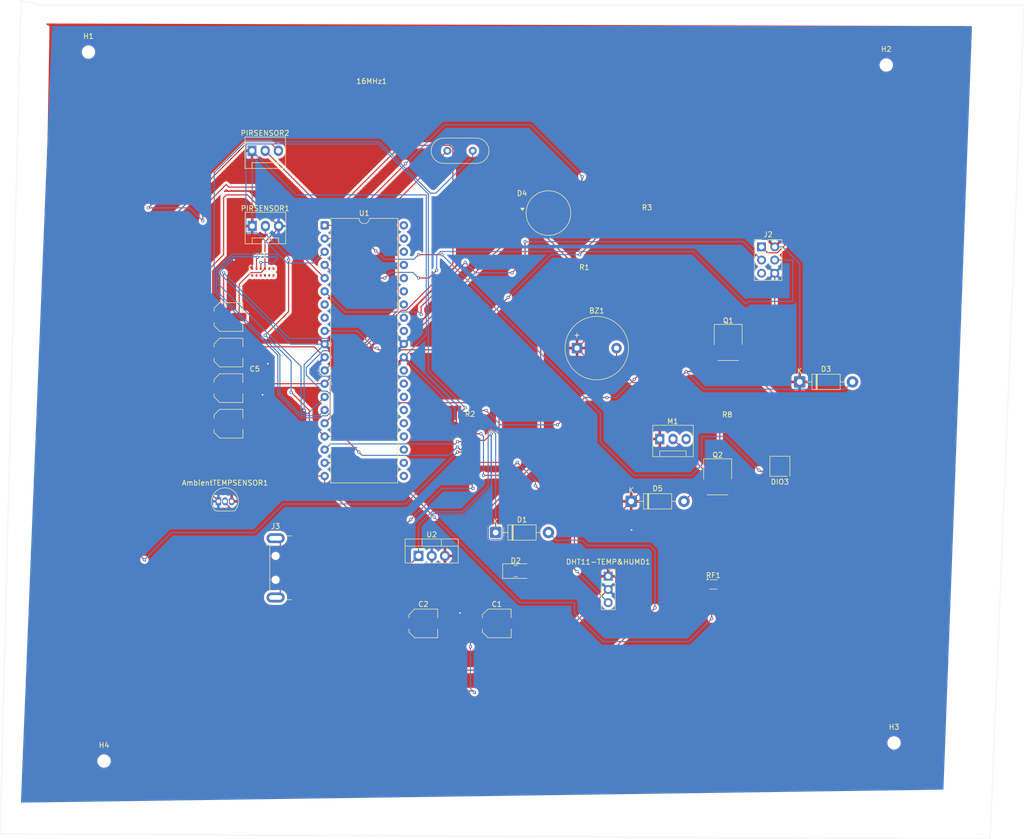
<source format=kicad_pcb>
(kicad_pcb (version 20241229) (generator "pcbnew") (generator_version "9.0")
  (layers (0 "F.Cu" signal) (2 "B.Cu" signal) (13 "F.Paste" user) (15 "B.Paste" user) (5 "F.SilkS" user "F.Silkscreen") (7 "B.SilkS" user "B.Silkscreen") (1 "F.Mask" user) (3 "B.Mask" user) (25 "Edge.Cuts" user))
  (net 0 "")
  (net 1 "Net-(U1-XTAL2)")
  (net 2 "Net-(U1-XTAL1)")
  (net 3 "Net-(AmbientTEMPSENSOR1-DQ)")
  (net 4 "+5V")
  (net 5 "GND")
  (net 6 "Net-(BZ1--)")
  (net 7 "Net-(D1-K)")
  (net 8 "Net-(D1-A)")
  (net 9 "Net-(D2-K)")
  (net 10 "Net-(D4-A)")
  (net 11 "Net-(D5-A)")
  (net 12 "Net-(DHT11-TEMP&HUMD1-Pin_3)")
  (net 13 "Net-(DIO3-A)")
  (net 14 "Net-(J1-Pin_3)")
  (net 15 "Net-(J1-Pin_2)")
  (net 16 "Net-(J2-SCK)")
  (net 17 "Net-(J2-MISO)")
  (net 18 "Net-(J2-MOSI)")
  (net 19 "RESET")
  (net 22 "unconnected-(J3-Shield-Pad5)")
  (net 24 "Net-(PIRSENSOR1-Pin_2)")
  (net 25 "Net-(PIRSENSOR2-Pin_2)")
  (net 26 "Net-(PIRSENSOR2-Pin_3)")
  (net 27 "Net-(Q1-B)")
  (net 28 "Net-(Q2-B)")
  (net 29 "Net-(U1-PB2)")
  (net 30 "Net-(U1-~{RESET})")
  (net 31 "PD7")
  (net 33 "Net-(U1-PD5)")
  (footprint "LED_SMD:LED_1W_3W_R8" (layer "F.Cu") (at 125 55)
    (property "Reference" "D4")
    (property "Value" "STATUS LED")
  )
  (footprint "Capacitor_SMD:C_Elec_5x5.4" (layer "F.Cu") (at 115.0625 134)
    (property "Reference" "C1")
    (property "Value" "10uF")
  )
  (footprint "MountingHole:MountingHole_2.1mm" (layer "F.Cu") (at 39.5 160.5)
    (property "Reference" "H4")
    (property "Value" "MountingHole")
  )
  (footprint "Resistor_SMD:R_0201_0603Metric_Pad0.64x0.40mm_HandSolder" (layer "F.Cu") (at 131.9075 66.5)
    (property "Reference" "R1")
    (property "Value" "330ohm")
  )
  (footprint "Diode_THT:D_DO-41_SOD81_P10.16mm_Horizontal" (layer "F.Cu") (at 140.92 110.4925)
    (property "Reference" "D5")
    (property "Value" "1N4001")
  )
  (footprint "Capacitor_SMD:C_Elec_5x5.4" (layer "F.Cu") (at 63.4375 88.7)
    (property "Reference" "C5")
    (property "Value" "0.1uF")
  )
  (footprint "Resistor_SMD:R_0201_0603Metric_Pad0.64x0.40mm_HandSolder" (layer "F.Cu") (at 109.9325 101.75)
    (property "Reference" "R6" (hide yes))
    (property "Value" "10Kohm" (hide yes))
  )
  (footprint "Capacitor_SMD:C_Elec_5x5.4" (layer "F.Cu") (at 63.4375 75)
    (property "Reference" "C3" (hide yes))
    (property "Value" "22pF")
  )
  (footprint "Capacitor_SMD:C_Elec_5x5.4" (layer "F.Cu") (at 100.9375 134)
    (property "Reference" "C2")
    (property "Value" "10uF")
  )
  (footprint "Connector_PinHeader_2.54mm:PinHeader_2x03_P2.54mm_Vertical" (layer "F.Cu") (at 166 61.5)
    (property "Reference" "J2")
    (property "Value" "AVR-ISP-6")
  )
  (footprint "Resistor_SMD:R_0201_0603Metric_Pad0.64x0.40mm_HandSolder" (layer "F.Cu") (at 109.9325 103.5)
    (property "Reference" "R7" (hide yes))
    (property "Value" "4.7Kohm")
  )
  (footprint "Resistor_SMD:R_0201_0603Metric_Pad0.64x0.40mm_HandSolder" (layer "F.Cu") (at 109.9325 100)
    (property "Reference" "R5" (hide yes))
    (property "Value" "10Kohm")
  )
  (footprint "LED_SMD:LED_PLCC-2_3x2mm_AK" (layer "F.Cu") (at 118.705 123.9275)
    (property "Reference" "D2")
    (property "Value" "LED-POWER")
  )
  (footprint "RF:Skyworks_SKY65404-31" (layer "F.Cu") (at 156.725 126.5)
    (property "Reference" "RF1")
    (property "Value" "RF_Receiver_433_MHz")
  )
  (footprint "Capacitor_SMD:C_Elec_5x5.4" (layer "F.Cu") (at 63.4375 81.85)
    (property "Reference" "C4" (hide yes))
    (property "Value" "22pF")
  )
  (footprint "Connector_PinSocket_2.54mm:PinSocket_1x03_P2.54mm_Vertical" (layer "F.Cu") (at 136.5 124.92)
    (property "Reference" "DHT11-TEMP&HUMD1")
    (property "Value" "Conn_01x03_Pin")
  )
  (footprint "Connector_USB:USB_A_CNCTech_1001-011-01101_Horizontal" (layer "F.Cu") (at 79.4 123.3)
    (property "Reference" "J3")
    (property "Value" "USB_A")
  )
  (footprint "Connector:FanPinHeader_1x03_P2.54mm_Vertical" (layer "F.Cu") (at 146.42 98.5)
    (property "Reference" "M1")
    (property "Value" "HVAC (FAN)")
  )
  (footprint "Package_DIP:DIP-40_W15.24mm" (layer "F.Cu") (at 81.9375 57.3625)
    (property "Reference" "U1")
    (property "Value" "ATmega32A-P")
  )
  (footprint "Buzzer_Beeper:Buzzer_12x9.5RM7.6" (layer "F.Cu") (at 130.5 81)
    (property "Reference" "BZ1")
    (property "Value" "Buzzer")
  )
  (footprint "MountingHole:MountingHole_2.1mm" (layer "F.Cu") (at 191.5 157)
    (property "Reference" "H3")
    (property "Value" "MountingHole")
  )
  (footprint "Resistor_SMD:R_0201_0603Metric_Pad0.64x0.40mm_HandSolder" (layer "F.Cu") (at 109.9325 98.25)
    (property "Reference" "R4" (hide yes))
    (property "Value" "10Kohm" (hide yes))
  )
  (footprint "MountingHole:MountingHole_2.1mm" (layer "F.Cu") (at 36.5 24)
    (property "Reference" "H1")
    (property "Value" "MountingHole")
  )
  (footprint "Package_TO_SOT_THT:TO-220-3_Vertical" (layer "F.Cu") (at 100 121)
    (property "Reference" "U2")
    (property "Value" "LM7805_TO220")
  )
  (footprint "MountingHole:MountingHole_2.1mm" (layer "F.Cu") (at 190 26.5)
    (property "Reference" "H2")
    (property "Value" "MountingHole")
  )
  (footprint "Connector:FanPinHeader_1x03_P2.54mm_Vertical" (layer "F.Cu") (at 68 57.5)
    (property "Reference" "PIRSENSOR1")
    (property "Value" "Conn_01x03_Pin")
  )
  (footprint "Capacitor_SMD:C_Elec_5x5.4" (layer "F.Cu") (at 63.4375 95.55)
    (property "Reference" "C6" (hide yes))
    (property "Value" "0.1uF")
  )
  (footprint "Transistor_Power:GaN_Systems_GaNPX-3_5x6.6mm_Drain2.93x0.6mm" (layer "F.Cu") (at 159.59 79.91)
    (property "Reference" "Q1")
    (property "Value" "Q_NPN_BCE")
  )
  (footprint "Resistor_SMD:R_0201_0603Metric_Pad0.64x0.40mm_HandSolder" (layer "F.Cu") (at 109.9325 94.75)
    (property "Reference" "R2")
    (property "Value" "1k")
  )
  (footprint "Resistor_SMD:R_0201_0603Metric_Pad0.64x0.40mm_HandSolder" (layer "F.Cu") (at 159.4025 94.875)
    (property "Reference" "R8")
    (property "Value" "1k")
  )
  (footprint "Package_TO_SOT_THT:TO-92_Inline" (layer "F.Cu") (at 61.5 110.5)
    (property "Reference" "AmbientTEMPSENSOR1")
    (property "Value" "MAX31820")
  )
  (footprint "Resistor_SMD:R_0201_0603Metric_Pad0.64x0.40mm_HandSolder" (layer "F.Cu") (at 143.965 54.9875)
    (property "Reference" "R3")
    (property "Value" "10Kohm")
  )
  (footprint "LED_SMD:LED-L1T2_LUMILEDS" (layer "F.Cu") (at 169.53 104.1725)
    (property "Reference" "DIO3")
    (property "Value" "STATUS LED")
  )
  (footprint "Diode_THT:D_DO-41_SOD81_P10.16mm_Horizontal" (layer "F.Cu") (at 114.84 116.5)
    (property "Reference" "D1")
    (property "Value" "1N4001")
  )
  (footprint "Sensor_Distance:AMS_OLGA12" (layer "F.Cu") (at 70.05 66.365)
    (property "Reference" "J1")
    (property "Value" "Ultrasonic Sensor" (hide yes))
  )
  (footprint "Crystal:Crystal_HC49-U_Vertical" (layer "F.Cu") (at 105.56 43)
    (property "Reference" "16MHz1")
    (property "Value" "Crystal")
  )
  (footprint "Connector:FanPinHeader_1x03_P2.54mm_Vertical" (layer "F.Cu") (at 67.96 43)
    (property "Reference" "PIRSENSOR2")
    (property "Value" "Conn_01x03_Pin")
  )
  (footprint "Transistor_Power:GaN_Systems_GaNPX-3_5x6.6mm_Drain2.93x0.6mm" (layer "F.Cu") (at 157.56 105.785)
    (property "Reference" "Q2")
    (property "Value" "Q_NPN_BCE")
  )
  (footprint "Diode_THT:D_DO-41_SOD81_P10.16mm_Horizontal" (layer "F.Cu") (at 173.34 87.5)
    (property "Reference" "D3")
    (property "Value" "1N4001")
  )
  (gr_line (start 216.5 15) (end 210 175.5) (stroke (width 0.05)) (layer "Edge.Cuts"))
  (gr_line (start 19.5 174.5) (end 23.5 14) (stroke (width 0.05)) (layer "Edge.Cuts"))
  (gr_line (start 210 175.5) (end 19.5 174.5) (stroke (width 0.05)) (layer "Edge.Cuts"))
  (gr_line (start 27 15) (end 216.5 15) (stroke (width 0.05)) (layer "Edge.Cuts"))
  (gr_line (start 23.5 14) (end 27 15) (stroke (width 0.05)) (layer "Edge.Cuts"))
  (segment (start 62.5 73.875) (end 62.5 66.5) (width 0.2) (layer "F.Cu") (net 1))
  (segment (start 61.375 75) (end 62.5 73.875) (width 0.2) (layer "F.Cu") (net 1))
  (via (at 62.5 66.5) (size 0.6) (drill 0.3) (layers "F.Cu" "B.Cu") (net 1))
  (segment (start 60.696 70.113043) (end 72.924028 82.341071) (width 0.2) (layer "B.Cu") (net 1))
  (segment (start 110.44 44.06066) (end 103.34776 51.1529) (width 0.2) (layer "B.Cu") (net 1))
  (segment (start 72.924028 82.341071) (end 72.924028 89.908171) (width 0.2) (layer "B.Cu") (net 1))
  (segment (start 82.39355 89.2815) (end 81.48145 89.2815) (width 0.2) (layer "B.Cu") (net 1))
  (segment (start 92.4172 41.283) (end 66.6279 41.283) (width 0.2) (layer "B.Cu") (net 1))
  (segment (start 81.48145 89.2815) (end 78.401 86.20105) (width 0.2) (layer "B.Cu") (net 1))
  (segment (start 60.696 47.2149) (end 60.696 70.113043) (width 0.2) (layer "B.Cu") (net 1))
  (segment (start 83.0385 79.76645) (end 83.0385 81.5) (width 0.2) (layer "B.Cu") (net 1))
  (segment (start 62.5 66.5) (end 75.1215 79.1215) (width 0.2) (layer "B.Cu") (net 1))
  (segment (start 103.34776 51.1529) (end 102.2871 51.1529) (width 0.2) (layer "B.Cu") (net 1))
  (segment (start 81.64295 81.5) (end 83.0385 81.5) (width 0.2) (layer "B.Cu") (net 1))
  (segment (start 82.39355 94.0235) (end 83.0385 93.37855) (width 0.2) (layer "B.Cu") (net 1))
  (segment (start 78.401 84.74195) (end 81.64295 81.5) (width 0.2) (layer "B.Cu") (net 1))
  (segment (start 78.401 86.20105) (end 78.401 84.74195) (width 0.2) (layer "B.Cu") (net 1))
  (segment (start 102.2871 51.1529) (end 92.4172 41.283) (width 0.2) (layer "B.Cu") (net 1))
  (segment (start 110.44 43) (end 110.44 44.06066) (width 0.2) (layer "B.Cu") (net 1))
  (segment (start 83.0385 93.37855) (end 83.0385 89.92645) (width 0.2) (layer "B.Cu") (net 1))
  (segment (start 81.48145 94.0235) (end 82.39355 94.0235) (width 0.2) (layer "B.Cu") (net 1))
  (segment (start 81.10195 94.403) (end 81.48145 94.0235) (width 0.2) (layer "B.Cu") (net 1))
  (segment (start 83.0385 89.92645) (end 82.39355 89.2815) (width 0.2) (layer "B.Cu") (net 1))
  (segment (start 77.418857 94.403) (end 81.10195 94.403) (width 0.2) (layer "B.Cu") (net 1))
  (segment (start 82.39355 79.1215) (end 83.0385 79.76645) (width 0.2) (layer "B.Cu") (net 1))
  (segment (start 75.1215 79.1215) (end 82.39355 79.1215) (width 0.2) (layer "B.Cu") (net 1))
  (segment (start 72.924028 89.908171) (end 77.418857 94.403) (width 0.2) (layer "B.Cu") (net 1))
  (segment (start 83.0385 81.5) (end 83.0385 84.2015) (width 0.2) (layer "B.Cu") (net 1))
  (segment (start 66.6279 41.283) (end 60.696 47.2149) (width 0.2) (layer "B.Cu") (net 1))
  (segment (start 83.0385 84.2015) (end 81.9375 85.3025) (width 0.2) (layer "B.Cu") (net 1))
  (segment (start 96.0765 52.4835) (end 96.0765 73.7035) (width 0.2) (layer "F.Cu") (net 2))
  (segment (start 96.0765 73.7035) (end 81.9375 87.8425) (width 0.2) (layer "F.Cu") (net 2))
  (segment (start 67.3675 87.8425) (end 61.375 81.85) (width 0.2) (layer "F.Cu") (net 2))
  (segment (start 81.9375 87.8425) (end 67.3675 87.8425) (width 0.2) (layer "F.Cu") (net 2))
  (segment (start 105.56 43) (end 96.0765 52.4835) (width 0.2) (layer "F.Cu") (net 2))
  (segment (start 67.045 115) (end 68 115) (width 0.2) (layer "F.Cu") (net 3))
  (segment (start 81.9375 105.6225) (end 81.9375 107.4375) (width 0.2) (layer "F.Cu") (net 3))
  (segment (start 110.34 107.84) (end 110.34 103.5) (width 0.2) (layer "F.Cu") (net 3))
  (segment (start 110.5 108) (end 110.34 107.84) (width 0.2) (layer "F.Cu") (net 3))
  (segment (start 97.5 115) (end 98.5 114) (width 0.2) (layer "F.Cu") (net 3))
  (segment (start 81.9375 107.4375) (end 89.5 115) (width 0.2) (layer "F.Cu") (net 3))
  (segment (start 77.3775 105.6225) (end 81.9375 105.6225) (width 0.2) (layer "F.Cu") (net 3))
  (segment (start 62.77 110.5) (end 62.77 110.725) (width 0.2) (layer "F.Cu") (net 3))
  (segment (start 68 115) (end 77.3775 105.6225) (width 0.2) (layer "F.Cu") (net 3))
  (segment (start 62.77 110.725) (end 67.045 115) (width 0.2) (layer "F.Cu") (net 3))
  (segment (start 89.5 115) (end 97.5 115) (width 0.2) (layer "F.Cu") (net 3))
  (via (at 98.5 114) (size 0.6) (drill 0.3) (layers "F.Cu" "B.Cu") (net 3))
  (via (at 110.5 108) (size 0.6) (drill 0.3) (layers "F.Cu" "B.Cu") (net 3))
  (segment (start 104.5 108) (end 110.5 108) (width 0.2) (layer "B.Cu") (net 3))
  (segment (start 98.5 114) (end 104.5 108) (width 0.2) (layer "B.Cu") (net 3))
  (segment (start 148.8725 67.1275) (end 161 55) (width 0.2) (layer "F.Cu") (net 4))
  (segment (start 117.28 123.9275) (end 123.3525 130) (width 0.2) (layer "F.Cu") (net 4))
  (segment (start 146.42 98.5) (end 146.42 104.9925) (width 0.2) (layer "F.Cu") (net 4))
  (segment (start 169 55) (end 170 56) (width 0.2) (layer "F.Cu") (net 4))
  (segment (start 106 100.5) (end 106 104.5) (width 0.2) (layer "F.Cu") (net 4))
  (segment (start 161 55) (end 169 55) (width 0.2) (layer "F.Cu") (net 4))
  (segment (start 170 60.04) (end 168.54 61.5) (width 0.2) (layer "F.Cu") (net 4))
  (segment (start 68 65.69) (end 66.31 64) (width 0.2) (layer "F.Cu") (net 4))
  (segment (start 109.275 98) (end 103.5 98) (width 0.2) (layer "F.Cu") (net 4))
  (segment (start 61.375 88.7) (end 61.375 95.55) (width 0.2) (layer "F.Cu") (net 4))
  (segment (start 170 56) (end 170 60.04) (width 0.2) (layer "F.Cu") (net 4))
  (segment (start 136.5 114.9125) (end 140.92 110.4925) (width 0.2) (layer "F.Cu") (net 4))
  (segment (start 144.3725 67.1275) (end 144.3725 54.9875) (width 0.2) (layer "F.Cu") (net 4))
  (segment (start 107 95.725) (end 109.525 98.25) (width 0.2) (layer "F.Cu") (net 4))
  (segment (start 114.3525 121) (end 117.28 123.9275) (width 0.2) (layer "F.Cu") (net 4))
  (segment (start 136.5 124.92) (end 154.92 124.92) (width 0.2) (layer "F.Cu") (net 4))
  (segment (start 61.375 95.55) (end 64.04 98.215) (width 0.2) (layer "F.Cu") (net 4))
  (segment (start 106 104.5) (end 106 105) (width 0.2) (layer "F.Cu") (net 4))
  (segment (start 109.525 98.25) (end 109.275 98) (width 0.2) (layer "F.Cu") (net 4))
  (segment (start 68 65.69) (end 68 57.5) (width 0.2) (layer "F.Cu") (net 4))
  (segment (start 146.42 96.92) (end 130.5 81) (width 0.2) (layer "F.Cu") (net 4))
  (segment (start 146.42 98.5) (end 146.42 96.92) (width 0.2) (layer "F.Cu") (net 4))
  (segment (start 105.08 127.795) (end 98.875 134) (width 0.2) (layer "F.Cu") (net 4))
  (segment (start 127.5 130) (end 132.58 124.92) (width 0.2) (layer "F.Cu") (net 4))
  (segment (start 132.58 124.92) (end 136.5 124.92) (width 0.2) (layer "F.Cu") (net 4))
  (segment (start 66.31 64) (end 64.5 64) (width 0.2) (layer "F.Cu") (net 4))
  (segment (start 144.3725 67.1275) (end 148.8725 67.1275) (width 0.2) (layer "F.Cu") (net 4))
  (segment (start 105.08 121) (end 105.08 127.795) (width 0.2) (layer "F.Cu") (net 4))
  (segment (start 136.5 124.92) (end 136.5 114.9125) (width 0.2) (layer "F.Cu") (net 4))
  (segment (start 64.04 106.96) (end 78 93) (width 0.2) (layer "F.Cu") (net 4))
  (segment (start 107 103.5) (end 109.525 103.5) (width 0.2) (layer "F.Cu") (net 4))
  (segment (start 64.04 98.215) (end 64.04 110.5) (width 0.2) (layer "F.Cu") (net 4))
  (segment (start 103.5 98) (end 106 100.5) (width 0.2) (layer "F.Cu") (net 4))
  (segment (start 146.42 104.9925) (end 140.92 110.4925) (width 0.2) (layer "F.Cu") (net 4))
  (segment (start 154.92 124.92) (end 156 126) (width 0.2) (layer "F.Cu") (net 4))
  (segment (start 106 105) (end 105.08 105.92) (width 0.2) (layer "F.Cu") (net 4))
  (segment (start 64.04 110.5) (end 64.04 106.96) (width 0.2) (layer "F.Cu") (net 4))
  (segment (start 123.3525 130) (end 127.5 130) (width 0.2) (layer "F.Cu") (net 4))
  (segment (start 105.08 121) (end 114.3525 121) (width 0.2) (layer "F.Cu") (net 4))
  (segment (start 107 95) (end 107 95.725) (width 0.2) (layer "F.Cu") (net 4))
  (segment (start 105.08 105.92) (end 105.08 121) (width 0.2) (layer "F.Cu") (net 4))
  (segment (start 106 104.5) (end 107 103.5) (width 0.2) (layer "F.Cu") (net 4))
  (segment (start 130.5 81) (end 144.3725 67.1275) (width 0.2) (layer "F.Cu") (net 4))
  (via (at 107 95) (size 0.6) (drill 0.3) (layers "F.Cu" "B.Cu") (net 4))
  (via (at 64.5 64) (size 0.6) (drill 0.3) (layers "F.Cu" "B.Cu") (net 4))
  (via (at 78 93) (size 0.6) (drill 0.3) (layers "F.Cu" "B.Cu") (net 4))
  (segment (start 97.1775 82.7625) (end 107 92.585) (width 0.2) (layer "B.Cu") (net 4))
  (segment (start 61.899 66.748943) (end 75.372557 80.2225) (width 0.2) (layer "B.Cu") (net 4))
  (segment (start 78 84.16) (end 81.9375 80.2225) (width 0.2) (layer "B.Cu") (net 4))
  (segment (start 75.372557 80.2225) (end 81.9375 80.2225) (width 0.2) (layer "B.Cu") (net 4))
  (segment (start 64.5 64) (end 64.150057 64) (width 0.2) (layer "B.Cu") (net 4))
  (segment (start 107 92.585) (end 107 95) (width 0.2) (layer "B.Cu") (net 4))
  (segment (start 101.5 51.5) (end 101.5 78.44) (width 0.2) (layer "B.Cu") (net 4))
  (segment (start 76.46 51.5) (end 101.5 51.5) (width 0.2) (layer "B.Cu") (net 4))
  (segment (start 173.34 64.7729) (end 173.34 87.5) (width 0.2) (layer "B.Cu") (net 4))
  (segment (start 168.54 61.5) (end 170.0671 61.5) (width 0.2) (layer "B.Cu") (net 4))
  (segment (start 78 93) (end 78 84.16) (width 0.2) (layer "B.Cu") (net 4))
  (segment (start 170.0671 61.5) (end 173.34 64.7729) (width 0.2) (layer "B.Cu") (net 4))
  (segment (start 61.899 66.251057) (end 61.899 66.748943) (width 0.2) (layer "B.Cu") (net 4))
  (segment (start 68 43.04) (end 67.96 43) (width 0.2) (layer "B.Cu") (net 4))
  (segment (start 67.96 43) (end 76.46 51.5) (width 0.2) (layer "B.Cu") (net 4))
  (segment (start 64.150057 64) (end 61.899 66.251057) (width 0.2) (layer "B.Cu") (net 4))
  (segment (start 68 57.5) (end 68 43.04) (width 0.2) (layer "B.Cu") (net 4))
  (segment (start 101.5 78.44) (end 97.1775 82.7625) (width 0.2) (layer "B.Cu") (net 4))
  (segment (start 104.5 143) (end 104.5 135.5) (width 0.2) (layer "F.Cu") (net 5))
  (segment (start 118.65 58.75) (end 97.1775 80.2225) (width 0.2) (layer "F.Cu") (net 5))
  (segment (start 63 51.5) (end 67.08 51.5) (width 0.2) (layer "F.Cu") (net 5))
  (segment (start 129.96 134) (end 136.5 127.46) (width 0.2) (layer "F.Cu") (net 5))
  (segment (start 73.08 57.5) (end 73.08 57.92) (width 0.2) (layer "F.Cu") (net 5))
  (segment (start 67.08 51.5) (end 73.08 57.5) (width 0.2) (layer "F.Cu") (net 5))
  (segment (start 118.65 56.35) (end 121.35 56.35) (width 0.2) (layer "F.Cu") (net 5))
  (segment (start 109.525 100) (end 109.525 99.726) (width 0.2) (layer "F.Cu") (net 5))
  (segment (start 117 143.5) (end 116.5 143) (width 0.2) (layer "F.Cu") (net 5))
  (segment (start 59.6865 65.8135) (end 62.5 63) (width 0.2) (layer "F.Cu") (net 5))
  (segment (start 68.7 88.7) (end 65.5 88.7) (width 0.2) (layer "F.Cu") (net 5))
  (segment (start 108 132) (end 104.5 135.5) (width 0.2) (layer "F.Cu") (net 5))
  (segment (start 59.6865 81.06484) (end 60.00234 80.749) (width 0.2) (layer "F.Cu") (net 5))
  (segment (start 65.5 81.85) (end 68.85 81.85) (width 0.2) (layer "F.Cu") (net 5))
  (segment (start 61.5 110.5) (end 59.6865 108.6865) (width 0.2) (layer "F.Cu") (net 5))
  (segment (start 59.6865 108.6865) (end 59.6865 65.8135) (width 0.2) (layer "F.Cu") (net 5))
  (segment (start 65.5 95.55) (end 65.5 88.44866) (width 0.2) (layer "F.Cu") (net 5))
  (segment (start 117.125 134) (end 117.125 143.375) (width 0.2) (layer "F.Cu") (net 5))
  (segment (start 170.531 91.971) (end 160.14 81.58) (width 0.2) (layer "F.Cu") (net 5))
  (segment (start 73.08 57.92) (end 70.46 60.54) (width 0.2) (layer "F.Cu") (net 5))
  (segment (start 158.11 107.455) (end 149.7825 115.7825) (width 0.2) (layer "F.Cu") (net 5))
  (segment (start 112.749 98.751) (end 114 97.5) (width 0.2) (layer "F.Cu") (net 5))
  (segment (start 70.46 60.54) (end 70.46 65.69) (width 0.2) (layer "F.Cu") (net 5))
  (segment (start 159.5 127) (end 157.45 127) (width 0.2) (layer "F.Cu") (net 5))
  (segment (start 110.5 98.751) (end 112.749 98.751) (width 0.2) (layer "F.Cu") (net 5))
  (segment (start 70 90) (end 68.7 88.7) (width 0.2) (layer "F.Cu") (net 5))
  (segment (start 60.00234 80.749) (end 79.924 80.749) (width 0.2) (layer "F.Cu") (net 5))
  (segment (start 62.5 52) (end 63 51.5) (width 0.2) (layer "F.Cu") (net 5))
  (segment (start 68.85 81.85) (end 71 84) (width 0.2) (layer "F.Cu") (net 5))
  (segment (start 79.924 80.749) (end 81.9375 82.7625) (width 0.2) (layer "F.Cu") (net 5))
  (segment (start 168.54 73.18) (end 168.54 66.58) (width 0.2) (layer "F.Cu") (net 5))
  (segment (start 149.7825 115.7825) (end 149.565 116) (width 0.2) (layer "F.Cu") (net 5))
  (segment (start 65.5 68.698152) (end 65.5 75) (width 0.2) (layer "F.Cu") (net 5))
  (segment (start 65.5 88.44866) (end 59.6865 82.63516) (width 0.2) (layer "F.Cu") (net 5))
  (segment (start 109.525 99.726) (end 110.5 98.751) (width 0.2) (layer "F.Cu") (net 5))
  (segment (start 65.5 81.85) (end 65.5 75) (width 0.2) (layer "F.Cu") (net 5))
  (segment (start 149.565 116) (end 141 116) (width 0.2) (layer "F.Cu") (net 5))
  (segment (start 149.7825 115.7825) (end 159.5 125.5) (width 0.2) (layer "F.Cu") (net 5))
  (segment (start 59.6865 82.63516) (end 59.6865 81.06484) (width 0.2) (layer "F.Cu") (net 5))
  (segment (start 116.5 143) (end 104.5 143) (width 0.2) (layer "F.Cu") (net 5))
  (segment (start 121.35 56.35) (end 131.5 66.5) (width 0.2) (layer "F.Cu") (net 5))
  (segment (start 167.2175 107.455) (end 169.98 104.6925) (width 0.2) (layer "F.Cu") (net 5))
  (segment (start 65.5 88.7) (end 65.5 95.55) (width 0.2) (layer "F.Cu") (net 5))
  (segment (start 158.11 107.455) (end 167.2175 107.455) (width 0.2) (layer "F.Cu") (net 5))
  (segment (start 70.46 65.69) (end 69.701 66.449) (width 0.2) (layer "F.Cu") (net 5))
  (segment (start 170.455 104.6925) (end 170.531 104.6165) (width 0.2) (layer "F.Cu") (net 5))
  (segment (start 69.701 66.449) (end 67.749152 66.449) (width 0.2) (layer "F.Cu") (net 5))
  (segment (start 118.65 56.35) (end 118.65 58.75) (width 0.2) (layer "F.Cu") (net 5))
  (segment (start 117.125 134) (end 129.96 134) (width 0.2) (layer "F.Cu") (net 5))
  (segment (start 169.98 104.6925) (end 170.455 104.6925) (width 0.2) (layer "F.Cu") (net 5))
  (segment (start 160.14 81.58) (end 168.54 73.18) (width 0.2) (layer "F.Cu") (net 5))
  (segment (start 159.5 125.5) (end 159.5 127) (width 0.2) (layer "F.Cu") (net 5))
  (segment (start 67.749152 66.449) (end 65.5 68.698152) (width 0.2) (layer "F.Cu") (net 5))
  (segment (start 62.5 63) (end 62.5 52) (width 0.2) (layer "F.Cu") (net 5))
  (segment (start 117.125 143.375) (end 117 143.5) (width 0.2) (layer "F.Cu") (net 5))
  (segment (start 104.5 135.5) (end 103 134) (width 0.2) (layer "F.Cu") (net 5))
  (segment (start 170.531 104.6165) (end 170.531 91.971) (width 0.2) (layer "F.Cu") (net 5))
  (via (at 71 84) (size 0.6) (drill 0.3) (layers "F.Cu" "B.Cu") (net 5))
  (via (at 108 132) (size 0.6) (drill 0.3) (layers "F.Cu" "B.Cu") (net 5))
  (via (at 70 90) (size 0.6) (drill 0.3) (layers "F.Cu" "B.Cu") (net 5))
  (via (at 114 97.5) (size 0.6) (drill 0.3) (layers "F.Cu" "B.Cu") (net 5))
  (via (at 141 116) (size 0.6) (drill 0.3) (layers "F.Cu" "B.Cu") (net 5))
  (segment (start 132.5 107.5) (end 126.32616 107.5) (width 0.2) (layer "B.Cu") (net 5))
  (segment (start 97.553557 86.4035) (end 107.648057 96.498) (width 0.2) (layer "B.Cu") (net 5))
  (segment (start 90.9965 86.4035) (end 97.553557 86.4035) (width 0.2) (layer "B.Cu") (net 5))
  (segment (start 102.399 113.251057) (end 102.399 120.859) (width 0.2) (layer "B.Cu") (net 5))
  (segment (start 113.75484 117.901) (end 113.439 117.58516) (width 0.2) (layer "B.Cu") (net 5))
  (segment (start 97.1775 80.2225) (end 90.9965 86.4035) (width 0.2) (layer "B.Cu") (net 5))
  (segment (start 115.92516 117.901) (end 113.75484 117.901) (width 0.2) (layer "B.Cu") (net 5))
  (segment (start 71 89) (end 70 90) (width 0.2) (layer "B.Cu") (net 5))
  (segment (start 80.8365 85.75855) (end 80.8365 83.8635) (width 0.2) (layer "B.Cu") (net 5))
  (segment (start 107.648057 96.498) (end 114.415043 96.498) (width 0.2) (layer "B.Cu") (net 5))
  (segment (start 113.439 117.58516) (end 113.439 108.061) (width 0.2) (layer "B.Cu") (net 5))
  (segment (start 80.8365 83.8635) (end 81.9375 82.7625) (width 0.2) (layer "B.Cu") (net 5))
  (segment (start 102.54 126.54) (end 108 132) (width 0.2) (layer "B.Cu") (net 5))
  (segment (start 102.54 121) (end 102.54 126.54) (width 0.2) (layer "B.Cu") (net 5))
  (segment (start 114 97.5) (end 114 107.5) (width 0.2) (layer "B.Cu") (net 5))
  (segment (start 113.439 117.58516) (end 113.439 115.41484) (width 0.2) (layer "B.Cu") (net 5))
  (segment (start 114.415043 96.498) (end 116.241 98.323957) (width 0.2) (layer "B.Cu") (net 5))
  (segment (start 116.241 98.323957) (end 116.241 117.58516) (width 0.2) (layer "B.Cu") (net 5))
  (segment (start 126.32616 107.5) (end 115.92516 117.901) (width 0.2) (layer "B.Cu") (net 5))
  (segment (start 114 114.85384) (end 114 97.5) (width 0.2) (layer "B.Cu") (net 5))
  (segment (start 71 84) (end 71 89) (width 0.2) (layer "B.Cu") (net 5))
  (segment (start 108.601 112.899) (end 102.751057 112.899) (width 0.2) (layer "B.Cu") (net 5))
  (segment (start 113.439 108.061) (end 114 107.5) (width 0.2) (layer "B.Cu") (net 5))
  (segment (start 116.241 117.58516) (end 115.92516 117.901) (width 0.2) (layer "B.Cu") (net 5))
  (segment (start 81.48145 86.4035) (end 80.8365 85.75855) (width 0.2) (layer "B.Cu") (net 5))
  (segment (start 113.439 115.41484) (end 114 114.85384) (width 0.2) (layer "B.Cu") (net 5))
  (segment (start 141 116) (end 132.5 107.5) (width 0.2) (layer "B.Cu") (net 5))
  (segment (start 102.751057 112.899) (end 102.399 113.251057) (width 0.2) (layer "B.Cu") (net 5))
  (segment (start 90.9965 86.4035) (end 81.48145 86.4035) (width 0.2) (layer "B.Cu") (net 5))
  (segment (start 102.399 120.859) (end 102.54 121) (width 0.2) (layer "B.Cu") (net 5))
  (segment (start 114 107.5) (end 108.601 112.899) (width 0.2) (layer "B.Cu") (net 5))
  (segment (start 149.399 87.601) (end 141.251057 87.601) (width 0.2) (layer "F.Cu") (net 6))
  (segment (start 153.68 85.5) (end 157.46 81.72) (width 0.2) (layer "F.Cu") (net 6))
  (segment (start 138.1 84.449943) (end 138.1 81) (width 0.2) (layer "F.Cu") (net 6))
  (segment (start 151.5 85.5) (end 153.68 85.5) (width 0.2) (layer "F.Cu") (net 6))
  (segment (start 141.251057 87.601) (end 138.1 84.449943) (width 0.2) (layer "F.Cu") (net 6))
  (segment (start 151.5 85.5) (end 149.399 87.601) (width 0.2) (layer "F.Cu") (net 6))
  (via (at 151.5 85.5) (size 0.6) (drill 0.3) (layers "F.Cu" "B.Cu") (net 6))
  (segment (start 183.5 87.5) (end 182.099 88.901) (width 0.2) (layer "B.Cu") (net 6))
  (segment (start 182.099 88.901) (end 154.901 88.901) (width 0.2) (layer "B.Cu") (net 6))
  (segment (start 154.901 88.901) (end 151.5 85.5) (width 0.2) (layer "B.Cu") (net 6))
  (segment (start 110.5 147) (end 110.75 147.25) (width 0.2) (layer "F.Cu") (net 7))
  (segment (start 95 147) (end 110.5 147) (width 0.2) (layer "F.Cu") (net 7))
  (segment (start 100 121) (end 95 126) (width 0.2) (layer "F.Cu") (net 7))
  (segment (start 95 126) (end 95 147) (width 0.2) (layer "F.Cu") (net 7))
  (segment (start 110 137) (end 113 134) (width 0.2) (layer "F.Cu") (net 7))
  (segment (start 110 138.5) (end 110 137) (width 0.2) (layer "F.Cu") (net 7))
  (segment (start 110.75 147.25) (end 111 147.5) (width 0.2) (layer "F.Cu") (net 7))
  (via (at 110.75 147.25) (size 0.6) (drill 0.3) (layers "F.Cu" "B.Cu") (net 7))
  (via (at 110 138.5) (size 0.6) (drill 0.3) (layers "F.Cu" "B.Cu") (net 7))
  (segment (start 114.248943 96.899) (end 114.84 97.490057) (width 0.2) (layer "B.Cu") (net 7))
  (segment (start 100 115.082957) (end 102.584957 112.498) (width 0.2) (layer "B.Cu") (net 7))
  (segment (start 100 121) (end 100 115.082957) (width 0.2) (layer "B.Cu") (net 7))
  (segment (start 108.4349 112.498) (end 113.399 107.5339) (width 0.2) (layer "B.Cu") (net 7))
  (segment (start 114.84 97.490057) (end 114.84 116.5) (width 0.2) (layer "B.Cu") (net 7))
  (segment (start 113.751057 96.899) (end 114.248943 96.899) (width 0.2) (layer "B.Cu") (net 7))
  (segment (start 110 146.5) (end 110 138.5) (width 0.2) (layer "B.Cu") (net 7))
  (segment (start 113.399 97.251057) (end 113.751057 96.899) (width 0.2) (layer "B.Cu") (net 7))
  (segment (start 102.584957 112.498) (end 108.4349 112.498) (width 0.2) (layer "B.Cu") (net 7))
  (segment (start 110.75 147.25) (end 110 146.5) (width 0.2) (layer "B.Cu") (net 7))
  (segment (start 113.399 107.5339) (end 113.399 97.251057) (width 0.2) (layer "B.Cu") (net 7))
  (segment (start 69.75 119.8) (end 63 126.55) (width 0.2) (layer "F.Cu") (net 8))
  (segment (start 63 126.55) (end 63 132) (width 0.2) (layer "F.Cu") (net 8))
  (segment (start 124 152.5) (end 145.5 131) (width 0.2) (layer "F.Cu") (net 8))
  (segment (start 63 132) (end 83.5 152.5) (width 0.2) (layer "F.Cu") (net 8))
  (segment (start 123.5 152.5) (end 124 152.5) (width 0.2) (layer "F.Cu") (net 8))
  (segment (start 83.5 152.5) (end 123.5 152.5) (width 0.2) (layer "F.Cu") (net 8))
  (via (at 145.5 131) (size 0.6) (drill 0.3) (layers "F.Cu" "B.Cu") (net 8))
  (segment (start 144.5 119) (end 132.5 119) (width 0.2) (layer "B.Cu") (net 8))
  (segment (start 126.5 118) (end 125 116.5) (width 0.2) (layer "B.Cu") (net 8))
  (segment (start 132.5 119) (end 131.5 118) (width 0.2) (layer "B.Cu") (net 8))
  (segment (start 145.5 131) (end 145.5 120) (width 0.2) (layer "B.Cu") (net 8))
  (segment (start 131.5 118) (end 126.5 118) (width 0.2) (layer "B.Cu") (net 8))
  (segment (start 145.5 120) (end 144.5 119) (width 0.2) (layer "B.Cu") (net 8))
  (segment (start 116.8015 120.599) (end 113.599 120.599) (width 0.2) (layer "F.Cu") (net 9))
  (segment (start 113.599 120.599) (end 109 116) (width 0.2) (layer "F.Cu") (net 9))
  (segment (start 111.5 113.5) (end 112 113.5) (width 0.2) (layer "F.Cu") (net 9))
  (segment (start 112 113.5) (end 123.5 102) (width 0.2) (layer "F.Cu") (net 9))
  (segment (start 123.5 102) (end 123.5 78) (width 0.2) (layer "F.Cu") (net 9))
  (segment (start 109 116) (end 111.5 113.5) (width 0.2) (layer "F.Cu") (net 9))
  (segment (start 120.13 123.9275) (end 116.8015 120.599) (width 0.2) (layer "F.Cu") (net 9))
  (segment (start 123.5 78) (end 132.315 69.185) (width 0.2) (layer "F.Cu") (net 9))
  (segment (start 132.315 69.185) (end 132.315 66.5) (width 0.2) (layer "F.Cu") (net 9))
  (segment (start 131.5 48.5) (end 131.35 48.65) (width 0.2) (layer "F.Cu") (net 10))
  (segment (start 131.5 48) (end 131.5 48.5) (width 0.2) (layer "F.Cu") (net 10))
  (segment (start 131.35 48.65) (end 131.35 53.65) (width 0.2) (layer "F.Cu") (net 10))
  (segment (start 81.9375 57.3625) (end 85.6375 57.3625) (width 0.2) (layer "F.Cu") (net 10))
  (segment (start 85.6375 57.3625) (end 97.5 45.5) (width 0.2) (layer "F.Cu") (net 10))
  (via (at 97.5 45.5) (size 0.6) (drill 0.3) (layers "F.Cu" "B.Cu") (net 10))
  (via (at 131.5 48) (size 0.6) (drill 0.3) (layers "F.Cu" "B.Cu") (net 10))
  (segment (start 97.5 45.5) (end 105 38) (width 0.2) (layer "B.Cu") (net 10))
  (segment (start 115 38) (end 121.5 38) (width 0.2) (layer "B.Cu") (net 10))
  (segment (start 105 38) (end 115 38) (width 0.2) (layer "B.Cu") (net 10))
  (segment (start 121.5 38) (end 131.5 48) (width 0.2) (layer "B.Cu") (net 10))
  (segment (start 153.9775 107.595) (end 151.08 110.4925) (width 0.2) (layer "F.Cu") (net 11))
  (segment (start 155.43 104.97) (end 148.96 98.5) (width 0.2) (layer "F.Cu") (net 11))
  (segment (start 155.43 107.595) (end 155.43 104.97) (width 0.2) (layer "F.Cu") (net 11))
  (segment (start 155.43 107.595) (end 153.9775 107.595) (width 0.2) (layer "F.Cu") (net 11))
  (segment (start 110.34 98.25) (end 110.34 98.32237) (width 0.2) (layer "F.Cu") (net 12))
  (segment (start 130 117) (end 130 123.5) (width 0.2) (layer "F.Cu") (net 12))
  (segment (start 109.66237 99) (end 111.16237 97.5) (width 0.2) (layer "F.Cu") (net 12))
  (segment (start 111.16237 97.5) (end 112 97.5) (width 0.2) (layer "F.Cu") (net 12))
  (segment (start 116.5 105.5) (end 119 103) (width 0.2) (layer "F.Cu") (net 12))
  (segment (start 110.34 98.32237) (end 109.66237 99) (width 0.2) (layer "F.Cu") (net 12))
  (segment (start 130 123.5) (end 130.5 124) (width 0.2) (layer "F.Cu") (net 12))
  (segment (start 112.5 105.5) (end 116.5 105.5) (width 0.2) (layer "F.Cu") (net 12))
  (segment (start 130 115) (end 130 117) (width 0.2) (layer "F.Cu") (net 12))
  (segment (start 109.66237 99) (end 107.5 99) (width 0.2) (layer "F.Cu") (net 12))
  (segment (start 122.5 107.5) (end 130 115) (width 0.2) (layer "F.Cu") (net 12))
  (via (at 107.5 99) (size 0.6) (drill 0.3) (layers "F.Cu" "B.Cu") (net 12))
  (via (at 112 97.5) (size 0.6) (drill 0.3) (layers "F.Cu" "B.Cu") (net 12))
  (via (at 130.5 124) (size 0.6) (drill 0.3) (layers "F.Cu" "B.Cu") (net 12))
  (via (at 122.5 107.5) (size 0.6) (drill 0.3) (layers "F.Cu" "B.Cu") (net 12))
  (via (at 119 103) (size 0.6) (drill 0.3) (layers "F.Cu" "B.Cu") (net 12))
  (via (at 112.5 105.5) (size 0.6) (drill 0.3) (layers "F.Cu" "B.Cu") (net 12))
  (segment (start 130.5 124) (end 136.5 130) (width 0.2) (layer "B.Cu") (net 12))
  (segment (start 112 97.5) (end 112.5 98) (width 0.2) (layer "B.Cu") (net 12))
  (segment (start 107.5 99) (end 107.0585 99.4415) (width 0.2) (layer "B.Cu") (net 12))
  (segment (start 112.5 98) (end 112.5 105.5) (width 0.2) (layer "B.Cu") (net 12))
  (segment (start 83.0385 99.4415) (end 81.9375 100.5425) (width 0.2) (layer "B.Cu") (net 12))
  (segment (start 119 103) (end 122.5 106.5) (width 0.2) (layer "B.Cu") (net 12))
  (segment (start 107.0585 99.4415) (end 83.0385 99.4415) (width 0.2) (layer "B.Cu") (net 12))
  (segment (start 122.5 106.5) (end 122.5 107.5) (width 0.2) (layer "B.Cu") (net 12))
  (segment (start 165.5 104.5) (end 165.6925 104.6925) (width 0.2) (layer "F.Cu") (net 13))
  (segment (start 89.4025 59.9025) (end 91.749971 62.249972) (width 0.2) (layer "F.Cu") (net 13))
  (segment (start 81.9375 59.9025) (end 89.4025 59.9025) (width 0.2) (layer "F.Cu") (net 13))
  (segment (start 100 63) (end 104.5 63) (width 0.2) (layer "F.Cu") (net 13))
  (segment (start 165.6925 104.6925) (end 169.08 104.6925) (width 0.2) (layer "F.Cu") (net 13))
  (via (at 100 63) (size 0.6) (drill 0.3) (layers "F.Cu" "B.Cu") (net 13))
  (via (at 104.5 63) (size 0.6) (drill 0.3) (layers "F.Cu" "B.Cu") (net 13))
  (via (at 165.5 104.5) (size 0.6) (drill 0.3) (layers "F.Cu" "B.Cu") (net 13))
  (via (at 91.749971 62.249972) (size 0.6) (drill 0.3) (layers "F.Cu" "B.Cu") (net 13))
  (segment (start 93.381499 63.8815) (end 99.1185 63.8815) (width 0.2) (layer "B.Cu") (net 13))
  (segment (start 154.5 98) (end 159 98) (width 0.2) (layer "B.Cu") (net 13))
  (segment (start 149.5 105.5) (end 152.5 105.5) (width 0.2) (layer "B.Cu") (net 13))
  (segment (start 104.5 63) (end 135 93.5) (width 0.2) (layer "B.Cu") (net 13))
  (segment (start 135 93.5) (end 135 99) (width 0.2) (layer "B.Cu") (net 13))
  (segment (start 135 99) (end 141.5 105.5) (width 0.2) (layer "B.Cu") (net 13))
  (segment (start 91.749971 62.249972) (end 93.381499 63.8815) (width 0.2) (layer "B.Cu") (net 13))
  (segment (start 154.5 103.5) (end 154.5 98) (width 0.2) (layer "B.Cu") (net 13))
  (segment (start 159 98) (end 165.5 104.5) (width 0.2) (layer "B.Cu") (net 13))
  (segment (start 141.5 105.5) (end 149.5 105.5) (width 0.2) (layer "B.Cu") (net 13))
  (segment (start 152.5 105.5) (end 154 104) (width 0.2) (layer "B.Cu") (net 13))
  (segment (start 154 104) (end 154.5 103.5) (width 0.2) (layer "B.Cu") (net 13))
  (segment (start 99.1185 63.8815) (end 100 63) (width 0.2) (layer "B.Cu") (net 13))
  (segment (start 69.672266 64.5) (end 69.672266 65.657734) (width 0.2) (layer "F.Cu") (net 14))
  (segment (start 69.672266 65.657734) (end 69.64 65.69) (width 0.2) (layer "F.Cu") (net 14))
  (via (at 69.672266 64.5) (size 0.6) (drill 0.3) (layers "F.Cu" "B.Cu") (net 14))
  (segment (start 72.4661 62.899) (end 72.901 63.3339) (width 0.2) (layer "B.Cu") (net 14))
  (segment (start 61.097 65.918857) (end 64.116857 62.899) (width 0.2) (layer "B.Cu") (net 14))
  (segment (start 81.9375 92.9225) (end 80.858 94.002) (width 0.2) (layer "B.Cu") (net 14))
  (segment (start 77.584957 94.002) (end 73.325028 89.742071) (width 0.2) (layer "B.Cu") (net 14))
  (segment (start 61.097 69.946943) (end 61.097 65.918857) (width 0.2) (layer "B.Cu") (net 14))
  (segment (start 80.858 94.002) (end 77.584957 94.002) (width 0.2) (layer "B.Cu") (net 14))
  (segment (start 70 64.5) (end 69.672266 64.5) (width 0.2) (layer "B.Cu") (net 14))
  (segment (start 72.0671 64.5) (end 70 64.5) (width 0.2) (layer "B.Cu") (net 14))
  (segment (start 64.116857 62.899) (end 72.4661 62.899) (width 0.2) (layer "B.Cu") (net 14))
  (segment (start 72.901 63.6661) (end 72.0671 64.5) (width 0.2) (layer "B.Cu") (net 14))
  (segment (start 73.325028 89.742071) (end 73.325028 82.174971) (width 0.2) (layer "B.Cu") (net 14))
  (segment (start 72.901 63.3339) (end 72.901 63.6661) (width 0.2) (layer "B.Cu") (net 14))
  (segment (start 73.325028 82.174971) (end 61.097 69.946943) (width 0.2) (layer "B.Cu") (net 14))
  (segment (start 68.82 65.69) (end 68.82 63.68) (width 0.2) (layer "F.Cu") (net 15))
  (segment (start 68.82 63.68) (end 69 63.5) (width 0.2) (layer "F.Cu") (net 15))
  (via (at 69 63.5) (size 0.6) (drill 0.3) (layers "F.Cu" "B.Cu") (net 15))
  (segment (start 77.751057 93.601) (end 78.719 93.601) (width 0.2) (layer "B.Cu") (net 15))
  (segment (start 64.183957 63.399) (end 61.498 66.084957) (width 0.2) (layer "B.Cu") (net 15))
  (segment (start 69 63.5) (end 72.5 63.5) (width 0.2) (layer "B.Cu") (net 15))
  (segment (start 78.719 93.601) (end 81.9375 90.3825) (width 0.2) (layer "B.Cu") (net 15))
  (segment (start 72.5 63.5) (end 72.399 63.399) (width 0.2) (layer "B.Cu") (net 15))
  (segment (start 77.399 93.248943) (end 77.751057 93.601) (width 0.2) (layer "B.Cu") (net 15))
  (segment (start 77.399 84.549057) (end 77.399 93.248943) (width 0.2) (layer "B.Cu") (net 15))
  (segment (start 72.399 63.399) (end 64.183957 63.399) (width 0.2) (layer "B.Cu") (net 15))
  (segment (start 61.498 66.084957) (end 61.498 68.648057) (width 0.2) (layer "B.Cu") (net 15))
  (segment (start 61.498 68.648057) (end 77.399 84.549057) (width 0.2) (layer "B.Cu") (net 15))
  (segment (start 120.5 60.5) (end 120.5 64) (width 0.2) (layer "F.Cu") (net 16))
  (segment (start 109 64.5) (end 100.5 73) (width 0.2) (layer "F.Cu") (net 16))
  (segment (start 100.5 73) (end 100.5 74.5) (width 0.2) (layer "F.Cu") (net 16))
  (segment (start 120.5 64) (end 118 66.5) (width 0.2) (layer "F.Cu") (net 16))
  (via (at 109 64.5) (size 0.6) (drill 0.3) (layers "F.Cu" "B.Cu") (net 16))
  (via (at 118 66.5) (size 0.6) (drill 0.3) (layers "F.Cu" "B.Cu") (net 16))
  (via (at 100.5 74.5) (size 0.6) (drill 0.3) (layers "F.Cu" "B.Cu") (net 16))
  (via (at 120.5 60.5) (size 0.6) (drill 0.3) (layers "F.Cu" "B.Cu") (net 16))
  (segment (start 111 66.5) (end 109 64.5) (width 0.2) (layer "B.Cu") (net 16))
  (segment (start 100.0415 74.0415) (end 85.9165 74.0415) (width 0.2) (layer "B.Cu") (net 16))
  (segment (start 162.46 60.5) (end 120.5 60.5) (width 0.2) (layer "B.Cu") (net 16))
  (segment (start 100.5 74.5) (end 100.0415 74.0415) (width 0.2) (layer "B.Cu") (net 16))
  (segment (start 166 64.04) (end 162.46 60.5) (width 0.2) (layer "B.Cu") (net 16))
  (segment (start 85.9165 74.0415) (end 81.9375 70.0625) (width 0.2) (layer "B.Cu") (net 16))
  (segment (start 118 66.5) (end 111 66.5) (width 0.2) (layer "B.Cu") (net 16))
  (segment (start 78.5 56) (end 78.5 64.085) (width 0.2) (layer "F.Cu") (net 17))
  (segment (start 63 49.5) (end 63.5 50) (width 0.2) (layer "F.Cu") (net 17))
  (segment (start 169.01676 62.651) (end 170.401 61.26676) (width 0.2) (layer "F.Cu") (net 17))
  (segment (start 78.5 64.085) (end 81.9375 67.5225) (width 0.2) (layer "F.Cu") (net 17))
  (segment (start 170.401 55.8339) (end 150.0671 35.5) (width 0.2) (layer "F.Cu") (net 17))
  (segment (start 150.0671 35.5) (end 77 35.5) (width 0.2) (layer "F.Cu") (net 17))
  (segment (start 58.5 54) (end 63 49.5) (width 0.2) (layer "F.Cu") (net 17))
  (segment (start 66.5 35.5) (end 48 54) (width 0.2) (layer "F.Cu") (net 17))
  (segment (start 63.5 50) (end 72.5 50) (width 0.2) (layer "F.Cu") (net 17))
  (segment (start 58.5 56.5) (end 58.5 54) (width 0.2) (layer "F.Cu") (net 17))
  (segment (start 77 35.5) (end 66.5 35.5) (width 0.2) (layer "F.Cu") (net 17))
  (segment (start 72.5 50) (end 78.5 56) (width 0.2) (layer "F.Cu") (net 17))
  (segment (start 170.401 61.26676) (end 170.401 55.8339) (width 0.2) (layer "F.Cu") (net 17))
  (segment (start 167.151 62.651) (end 169.01676 62.651) (width 0.2) (layer "F.Cu") (net 17))
  (segment (start 166 61.5) (end 167.151 62.651) (width 0.2) (layer "F.Cu") (net 17))
  (via (at 48 54) (size 0.6) (drill 0.3) (layers "F.Cu" "B.Cu") (net 17))
  (via (at 58.5 56.5) (size 0.6) (drill 0.3) (layers "F.Cu" "B.Cu") (net 17))
  (segment (start 56 54) (end 58.5 56.5) (width 0.2) (layer "B.Cu") (net 17))
  (segment (start 48 54) (end 56 54) (width 0.2) (layer "B.Cu") (net 17))
  (segment (start 102 67.5) (end 103.5 66) (width 0.2) (layer "F.Cu") (net 18))
  (segment (start 81.9375 64.9825) (end 84.455 67.5) (width 0.2) (layer "F.Cu") (net 18))
  (segment (start 100 67.5) (end 102 67.5) (width 0.2) (layer "F.Cu") (net 18))
  (segment (start 84.455 67.5) (end 93.5 67.5) (width 0.2) (layer "F.Cu") (net 18))
  (via (at 100 67.5) (size 0.6) (drill 0.3) (layers "F.Cu" "B.Cu") (net 18))
  (via (at 103.5 66) (size 0.6) (drill 0.3) (layers "F.Cu" "B.Cu") (net 18))
  (via (at 93.5 67.5) (size 0.6) (drill 0.3) (layers "F.Cu" "B.Cu") (net 18))
  (segment (start 172 72) (end 172 64) (width 0.2) (layer "B.Cu") (net 18))
  (segment (start 103.5 63.150057) (end 104.251057 62.399) (width 0.2) (layer "B.Cu") (net 18))
  (segment (start 152.899 62.399) (end 163 72.5) (width 0.2) (layer "B.Cu") (net 18))
  (segment (start 171.96 64.04) (end 168.54 64.04) (width 0.2) (layer "B.Cu") (net 18))
  (segment (start 93.5 67.5) (end 94.5785 66.4215) (width 0.2) (layer "B.Cu") (net 18))
  (segment (start 103.5 66) (end 103.5 63.150057) (width 0.2) (layer "B.Cu") (net 18))
  (segment (start 172 64) (end 171.96 64.04) (width 0.2) (layer "B.Cu") (net 18))
  (segment (start 104.251057 62.399) (end 152.899 62.399) (width 0.2) (layer "B.Cu") (net 18))
  (segment (start 163 72.5) (end 163.5 72) (width 0.2) (layer "B.Cu") (net 18))
  (segment (start 98.9215 66.4215) (end 100 67.5) (width 0.2) (layer "B.Cu") (net 18))
  (segment (start 163.5 72) (end 172 72) (width 0.2) (layer "B.Cu") (net 18))
  (segment (start 94.5785 66.4215) (end 98.9215 66.4215) (width 0.2) (layer "B.Cu") (net 18))
  (segment (start 72.5 117.6) (end 73.401 118.501) (width 0.2) (layer "F.Cu") (net 22))
  (segment (start 73.401 128.099) (end 72.5 129) (width 0.2) (layer "F.Cu") (net 22))
  (segment (start 73.401 118.501) (end 73.401 128.099) (width 0.2) (layer "F.Cu") (net 22))
  (segment (start 88.5 101) (end 85.5025 98.0025) (width 0.2) (layer "F.Cu") (net 24))
  (segment (start 110.34 100.199999) (end 110.039999 100.5) (width 0.2) (layer "F.Cu") (net 24))
  (segment (start 85.5025 98.0025) (end 81.9375 98.0025) (width 0.2) (layer "F.Cu") (net 24))
  (segment (start 110.039999 100.5) (end 108 100.5) (width 0.2) (layer "F.Cu") (net 24))
  (segment (start 79 93) (end 75.5 89.5) (width 0.2) (layer "F.Cu") (net 24))
  (segment (start 70.5 78.5) (end 75 74) (width 0.2) (layer "F.Cu") (net 24))
  (segment (start 75 74) (end 75 64) (width 0.2) (layer "F.Cu") (net 24))
  (segment (start 81.9375 98.0025) (end 79 95.065) (width 0.2) (layer "F.Cu") (net 24))
  (segment (start 108 100.5) (end 107.5 100) (width 0.2) (layer "F.Cu") (net 24))
  (segment (start 110.34 100) (end 110.34 100.199999) (width 0.2) (layer "F.Cu") (net 24))
  (segment (start 79 95.065) (end 79 93) (width 0.2) (layer "F.Cu") (net 24))
  (via (at 75 64) (size 0.6) (drill 0.3) (layers "F.Cu" "B.Cu") (net 24))
  (via (at 75.5 89.5) (size 0.6) (drill 0.3) (layers "F.Cu" "B.Cu") (net 24))
  (via (at 70.5 78.5) (size 0.6) (drill 0.3) (layers "F.Cu" "B.Cu") (net 24))
  (via (at 88.5 101) (size 0.6) (drill 0.3) (layers "F.Cu" "B.Cu") (net 24))
  (via (at 107.5 100) (size 0.6) (drill 0.3) (layers "F.Cu" "B.Cu") (net 24))
  (segment (start 105.8565 101.6435) (end 89.1435 101.6435) (width 0.2) (layer "B.Cu") (net 24))
  (segment (start 75.5 83.5) (end 70.5 78.5) (width 0.2) (layer "B.Cu") (net 24))
  (segment (start 107.5 100) (end 105.8565 101.6435) (width 0.2) (layer "B.Cu") (net 24))
  (segment (start 75 64) (end 75 63.5) (width 0.2) (layer "B.Cu") (net 24))
  (segment (start 70.54 59.04) (end 70.54 57.5) (width 0.2) (layer "B.Cu") (net 24))
  (segment (start 75 63.5) (end 70.54 59.04) (width 0.2) (layer "B.Cu") (net 24))
  (segment (start 75.5 89.5) (end 75.5 83.5) (width 0.2) (layer "B.Cu") (net 24))
  (segment (start 89.1435 101.6435) (end 88.5 101) (width 0.2) (layer "B.Cu") (net 24))
  (segment (start 96.628 41.949) (end 105.995339 41.949) (width 0.2) (layer "F.Cu") (net 25))
  (segment (start 106.611 64.72605) (end 97.63355 73.7035) (width 0.2) (layer "F.Cu") (net 25))
  (segment (start 109.525 101.949999) (end 109.525 101.75) (width 0.2) (layer "F.Cu") (net 25))
  (segment (start 83.0385 55.5385) (end 96.628 41.949) (width 0.2) (layer "F.Cu") (net 25))
  (segment (start 110.575001 103) (end 109.525 101.949999) (width 0.2) (layer "F.Cu") (net 25))
  (segment (start 83.0385 87.38645) (end 83.0385 94.3615) (width 0.2) (layer "F.Cu") (net 25))
  (segment (start 83.0385 94.3615) (end 81.9375 95.4625) (width 0.2) (layer "F.Cu") (net 25))
  (segment (start 105.995339 41.949) (end 106.611 42.564661) (width 0.2) (layer "F.Cu") (net 25))
  (segment (start 97.63355 73.7035) (end 96.72145 73.7035) (width 0.2) (layer "F.Cu") (net 25))
  (segment (start 115 91.5) (end 115.5 92) (width 0.2) (layer "F.Cu") (net 25))
  (segment (start 115.5 92) (end 115.5 103) (width 0.2) (layer "F.Cu") (net 25))
  (segment (start 83.0385 94.3615) (end 85.9 91.5) (width 0.2) (layer "F.Cu") (net 25))
  (segment (start 85.9 91.5) (end 115 91.5) (width 0.2) (layer "F.Cu") (net 25))
  (segment (start 106.611 42.564661) (end 106.611 64.72605) (width 0.2) (layer "F.Cu") (net 25))
  (segment (start 70.5 43) (end 83.0385 55.5385) (width 0.2) (layer "F.Cu") (net 25))
  (segment (start 115.5 103) (end 110.575001 103) (width 0.2) (layer "F.Cu") (net 25))
  (segment (start 96.72145 73.7035) (end 83.0385 87.38645) (width 0.2) (layer "F.Cu") (net 25))
  (segment (start 47.25 121.75) (end 47.5 122) (width 0.2) (layer "F.Cu") (net 26))
  (segment (start 107.5 101) (end 109.789999 101) (width 0.2) (layer "F.Cu") (net 26))
  (segment (start 45.5 62.978) (end 45.5 82.5) (width 0.2) (layer "F.Cu") (net 26))
  (segment (start 45.5 120) (end 47.25 121.75) (width 0.2) (layer "F.Cu") (net 26))
  (segment (start 73.04 43) (end 71.724 41.684) (width 0.2) (layer "F.Cu") (net 26))
  (segment (start 45.5 82.5) (end 45.5 107.5) (width 0.2) (layer "F.Cu") (net 26))
  (segment (start 109.789999 101) (end 110.34 101.550001) (width 0.2) (layer "F.Cu") (net 26))
  (segment (start 110.34 101.550001) (end 110.34 101.75) (width 0.2) (layer "F.Cu") (net 26))
  (segment (start 66.794 41.684) (end 45.5 62.978) (width 0.2) (layer "F.Cu") (net 26))
  (segment (start 71.724 41.684) (end 66.794 41.684) (width 0.2) (layer "F.Cu") (net 26))
  (segment (start 45.5 107.5) (end 45.5 120) (width 0.2) (layer "F.Cu") (net 26))
  (via (at 47.25 121.75) (size 0.6) (drill 0.3) (layers "F.Cu" "B.Cu") (net 26))
  (via (at 107.5 101) (size 0.6) (drill 0.3) (layers "F.Cu" "B.Cu") (net 26))
  (segment (start 52.5 116.5) (end 64 116.5) (width 0.2) (layer "B.Cu") (net 26))
  (segment (start 47.25 121.75) (end 52.5 116.5) (width 0.2) (layer "B.Cu") (net 26))
  (segment (start 97.5 111) (end 107.5 101) (width 0.2) (layer "B.Cu") (net 26))
  (segment (start 74 111) (end 78.5 111) (width 0.2) (layer "B.Cu") (net 26))
  (segment (start 71 114) (end 74 111) (width 0.2) (layer "B.Cu") (net 26))
  (segment (start 68.5 116.5) (end 71 114) (width 0.2) (layer "B.Cu") (net 26))
  (segment (start 78.5 111) (end 97.5 111) (width 0.2) (layer "B.Cu") (net 26))
  (segment (start 64 116.5) (end 68.5 116.5) (width 0.2) (layer "B.Cu") (net 26))
  (segment (start 113 93) (end 111.075001 93) (width 0.2) (layer "F.Cu") (net 27))
  (segment (start 160 77) (end 151.5 77) (width 0.2) (layer "F.Cu") (net 27))
  (segment (start 111.075001 93) (end 109.525 94.550001) (width 0.2) (layer "F.Cu") (net 27))
  (segment (start 109.525 94.550001) (end 109.525 94.75) (width 0.2) (layer "F.Cu") (net 27))
  (segment (start 151.5 77) (end 141.5 87) (width 0.2) (layer "F.Cu") (net 27))
  (segment (start 132 90.5) (end 126.726035 95.773966) (width 0.2) (layer "F.Cu") (net 27))
  (segment (start 136.239961 90.5) (end 132 90.5) (width 0.2) (layer "F.Cu") (net 27))
  (via (at 126.726035 95.773966) (size 0.6) (drill 0.3) (layers "F.Cu" "B.Cu") (net 27))
  (via (at 136.239961 90.5) (size 0.6) (drill 0.3) (layers "F.Cu" "B.Cu") (net 27))
  (via (at 113 93) (size 0.6) (drill 0.3) (layers "F.Cu" "B.Cu") (net 27))
  (via (at 141.5 87) (size 0.6) (drill 0.3) (layers "F.Cu" "B.Cu") (net 27))
  (segment (start 138 90.5) (end 136.239961 90.5) (width 0.2) (layer "B.Cu") (net 27))
  (segment (start 141.5 87) (end 138 90.5) (width 0.2) (layer "B.Cu") (net 27))
  (segment (start 115.773966 95.773966) (end 126.726035 95.773966) (width 0.2) (layer "B.Cu") (net 27))
  (segment (start 113 93) (end 115.773966 95.773966) (width 0.2) (layer "B.Cu") (net 27))
  (segment (start 158.995 94.875) (end 157.97 95.9) (width 0.2) (layer "F.Cu") (net 28))
  (segment (start 157.97 95.9) (end 157.97 102.875) (width 0.2) (layer "F.Cu") (net 28))
  (segment (start 109.789999 95.5) (end 108.5 95.5) (width 0.2) (layer "F.Cu") (net 29))
  (segment (start 108 95) (end 108 93.5) (width 0.2) (layer "F.Cu") (net 29))
  (segment (start 108.5 95.5) (end 108 95) (width 0.2) (layer "F.Cu") (net 29))
  (segment (start 110.34 94.75) (end 110.34 94.949999) (width 0.2) (layer "F.Cu") (net 29))
  (segment (start 108 93.5) (end 109 92.5) (width 0.2) (layer "F.Cu") (net 29))
  (segment (start 110.34 94.949999) (end 109.789999 95.5) (width 0.2) (layer "F.Cu") (net 29))
  (via (at 109 92.5) (size 0.6) (drill 0.3) (layers "F.Cu" "B.Cu") (net 29))
  (segment (start 92.2511 41.684) (end 66.794 41.684) (width 0.2) (layer "B.Cu") (net 29))
  (segment (start 79.779 64.601) (end 81.9375 62.4425) (width 0.2) (layer "B.Cu") (net 29))
  (segment (start 66.794 58.776) (end 66.834 58.816) (width 0.2) (layer "B.Cu") (net 29))
  (segment (start 101.901 51.3339) (end 92.2511 41.684) (width 0.2) (layer "B.Cu") (net 29))
  (segment (start 101.901 85.401) (end 101.901 51.3339) (width 0.2) (layer "B.Cu") (net 29))
  (segment (start 74.751057 64.601) (end 79.779 64.601) (width 0.2) (layer "B.Cu") (net 29))
  (segment (start 109 92.5) (end 101.901 85.401) (width 0.2) (layer "B.Cu") (net 29))
  (segment (start 66.834 58.816) (end 68.966057 58.816) (width 0.2) (layer "B.Cu") (net 29))
  (segment (start 66.794 41.684) (end 66.794 58.776) (width 0.2) (layer "B.Cu") (net 29))
  (segment (start 68.966057 58.816) (end 74.751057 64.601) (width 0.2) (layer "B.Cu") (net 29))
  (segment (start 107.1765 81.3235) (end 92.3235 81.3235) (width 0.2) (layer "F.Cu") (net 30))
  (segment (start 117.25 71.25) (end 107.1765 81.3235) (width 0.2) (layer "F.Cu") (net 30))
  (segment (start 143.5575 54.9875) (end 139.0125 54.9875) (width 0.2) (layer "F.Cu") (net 30))
  (segment (start 92.3235 81.3235) (end 92 81) (width 0.2) (layer "F.Cu") (net 30))
  (segment (start 139.0125 54.9875) (end 131 63) (width 0.2) (layer "F.Cu") (net 30))
  (via (at 117.25 71.25) (size 0.6) (drill 0.3) (layers "F.Cu" "B.Cu") (net 30))
  (via (at 131 63) (size 0.6) (drill 0.3) (layers "F.Cu" "B.Cu") (net 30))
  (via (at 92 81) (size 0.6) (drill 0.3) (layers "F.Cu" "B.Cu") (net 30))
  (segment (start 117.25 71.25) (end 117 71.5) (width 0.2) (layer "B.Cu") (net 30))
  (segment (start 131 63) (end 125.5 63) (width 0.2) (layer "B.Cu") (net 30))
  (segment (start 88.1825 77.6825) (end 81.9375 77.6825) (width 0.2) (layer "B.Cu") (net 30))
  (segment (start 91.5 81) (end 88.1825 77.6825) (width 0.2) (layer "B.Cu") (net 30))
  (segment (start 92 81) (end 91.5 81) (width 0.2) (layer "B.Cu") (net 30))
  (segment (start 125.5 63) (end 117.25 71.25) (width 0.2) (layer "B.Cu") (net 30))
  (segment (start 151.5 126.5) (end 156 126.5) (width 0.2) (layer "F.Cu") (net 33))
  (segment (start 81.9375 103.0825) (end 92.5825 103.0825) (width 0.2) (layer "F.Cu") (net 33))
  (segment (start 156.416051 133.083949) (end 156.416051 131.416051) (width 0.2) (layer "F.Cu") (net 33))
  (segment (start 92.5825 103.0825) (end 103 113.5) (width 0.2) (layer "F.Cu") (net 33))
  (segment (start 156.416051 131.416051) (end 151.5 126.5) (width 0.2) (layer "F.Cu") (net 33))
  (via (at 156.416051 133.083949) (size 0.6) (drill 0.3) (layers "F.Cu" "B.Cu") (net 33))
  (via (at 103 113.5) (size 0.6) (drill 0.3) (layers "F.Cu" "B.Cu") (net 33))
  (segment (start 152 137.5) (end 156.416051 133.083949) (width 0.2) (layer "B.Cu") (net 33))
  (segment (start 119.5 130) (end 130 130) (width 0.2) (layer "B.Cu") (net 33))
  (segment (start 135.5 137.5) (end 152 137.5) (width 0.2) (layer "B.Cu") (net 33))
  (segment (start 103 113.5) (end 119.5 130) (width 0.2) (layer "B.Cu") (net 33))
  (segment (start 130 130) (end 130 132) (width 0.2) (layer "B.Cu") (net 33))
  (segment (start 130 132) (end 135.5 137.5) (width 0.2) (layer "B.Cu") (net 33))
  (zone (net 4) (net_name "+5V") (layer "F.Cu") (connect_pads (clearance 0.5)) (min_thickness 0.25) (fill yes (thermal_gap 0.5) (thermal_bridge_width 0.5))
    (polygon (pts (xy 28 18.5) (xy 205 19) (xy 200.5 164.5) (xy 27 167) (xy 26.5 165.5) (xy 29 19)))
  )
  (zone (net 5) (net_name "GND") (layer "B.Cu") (priority 1) (connect_pads (clearance 0.5)) (min_thickness 0.25) (fill yes (thermal_gap 0.5) (thermal_bridge_width 0.5))
    (polygon (pts (xy 29.5 19) (xy 206.5 19) (xy 201 166) (xy 23.5 168.5)))
  )
)
</source>
